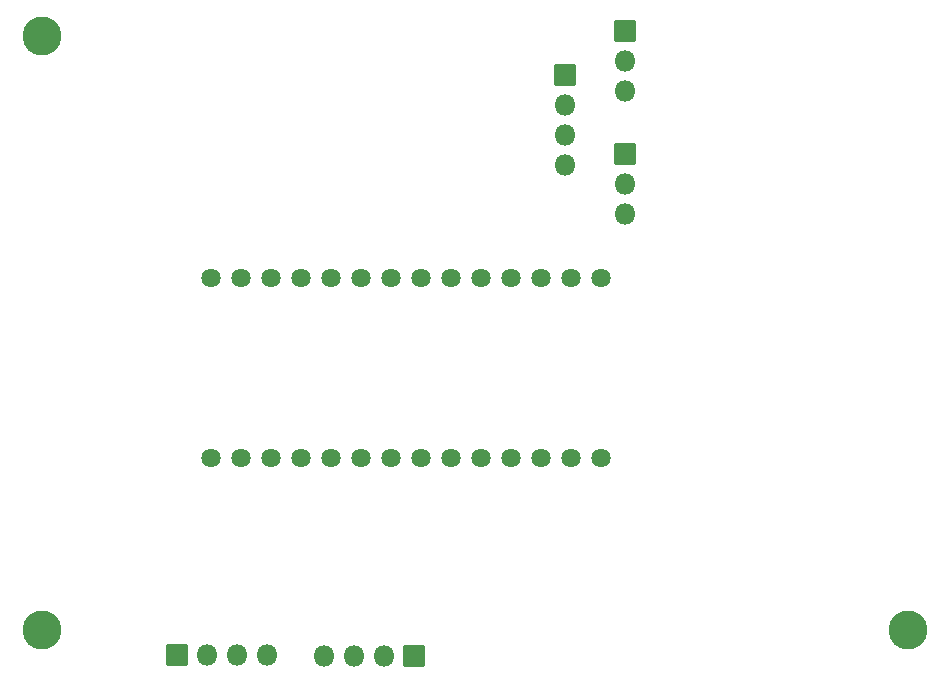
<source format=gbr>
%TF.GenerationSoftware,KiCad,Pcbnew,7.0.1-0*%
%TF.CreationDate,2023-07-25T08:38:12-04:00*%
%TF.ProjectId,data_logger,64617461-5f6c-46f6-9767-65722e6b6963,rev?*%
%TF.SameCoordinates,Original*%
%TF.FileFunction,Soldermask,Bot*%
%TF.FilePolarity,Negative*%
%FSLAX46Y46*%
G04 Gerber Fmt 4.6, Leading zero omitted, Abs format (unit mm)*
G04 Created by KiCad (PCBNEW 7.0.1-0) date 2023-07-25 08:38:12*
%MOMM*%
%LPD*%
G01*
G04 APERTURE LIST*
G04 Aperture macros list*
%AMRoundRect*
0 Rectangle with rounded corners*
0 $1 Rounding radius*
0 $2 $3 $4 $5 $6 $7 $8 $9 X,Y pos of 4 corners*
0 Add a 4 corners polygon primitive as box body*
4,1,4,$2,$3,$4,$5,$6,$7,$8,$9,$2,$3,0*
0 Add four circle primitives for the rounded corners*
1,1,$1+$1,$2,$3*
1,1,$1+$1,$4,$5*
1,1,$1+$1,$6,$7*
1,1,$1+$1,$8,$9*
0 Add four rect primitives between the rounded corners*
20,1,$1+$1,$2,$3,$4,$5,0*
20,1,$1+$1,$4,$5,$6,$7,0*
20,1,$1+$1,$6,$7,$8,$9,0*
20,1,$1+$1,$8,$9,$2,$3,0*%
G04 Aperture macros list end*
%ADD10RoundRect,0.051000X-0.850000X-0.850000X0.850000X-0.850000X0.850000X0.850000X-0.850000X0.850000X0*%
%ADD11O,1.802000X1.802000*%
%ADD12C,3.302000*%
%ADD13RoundRect,0.051000X-0.850000X0.850000X-0.850000X-0.850000X0.850000X-0.850000X0.850000X0.850000X0*%
%ADD14C,1.632000*%
%ADD15RoundRect,0.051000X0.850000X-0.850000X0.850000X0.850000X-0.850000X0.850000X-0.850000X-0.850000X0*%
G04 APERTURE END LIST*
D10*
%TO.C,J3*%
X70358600Y-28624400D03*
D11*
X70358600Y-31164400D03*
X70358600Y-33704400D03*
%TD*%
D12*
%TO.C,REF\u002A\u002A*%
X94276600Y-68899400D03*
%TD*%
%TO.C,REF\u002A\u002A*%
X21000000Y-18590000D03*
%TD*%
D13*
%TO.C,J1*%
X52451600Y-71106400D03*
D11*
X49911600Y-71106400D03*
X47371600Y-71106400D03*
X44831600Y-71106400D03*
%TD*%
D10*
%TO.C,J5*%
X65278600Y-21893400D03*
D11*
X65278600Y-24433400D03*
X65278600Y-26973400D03*
X65278600Y-29513400D03*
%TD*%
D14*
%TO.C,U6*%
X37846600Y-54303800D03*
X40386600Y-54303800D03*
X42926600Y-54303800D03*
X45466600Y-54303800D03*
X40386600Y-39063800D03*
X48006600Y-54303800D03*
X50546600Y-54303800D03*
X53086600Y-54303800D03*
X55626600Y-54303800D03*
X58166600Y-54303800D03*
X60706600Y-54303800D03*
X63246600Y-54303800D03*
X65786600Y-54303800D03*
X68326600Y-54303800D03*
X68326600Y-39063800D03*
X65786600Y-39063800D03*
X63246600Y-39063800D03*
X60706600Y-39063800D03*
X58166600Y-39063800D03*
X55626600Y-39063800D03*
X53086600Y-39063800D03*
X50546600Y-39063800D03*
X48006600Y-39063800D03*
X45466600Y-39063800D03*
X42926600Y-39063800D03*
X35306600Y-54303800D03*
X37846600Y-39063800D03*
X35306600Y-39063800D03*
%TD*%
D12*
%TO.C,REF\u002A\u002A*%
X21000000Y-68883400D03*
%TD*%
D15*
%TO.C,J2*%
X32418600Y-70979400D03*
D11*
X34958600Y-70979400D03*
X37498600Y-70979400D03*
X40038600Y-70979400D03*
%TD*%
D10*
%TO.C,J4*%
X70358600Y-18210400D03*
D11*
X70358600Y-20750400D03*
X70358600Y-23290400D03*
%TD*%
M02*

</source>
